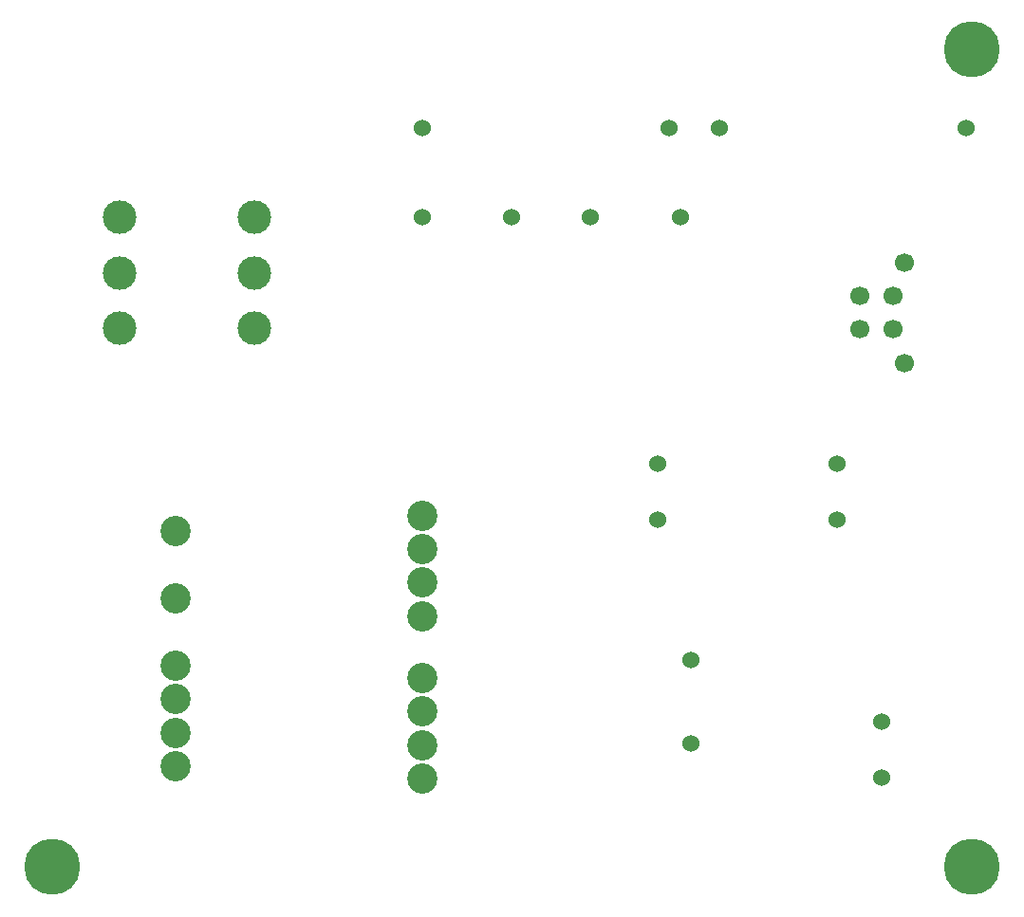
<source format=gbl>
G04*
G04 #@! TF.GenerationSoftware,Altium Limited,Altium Designer,20.0.10 (225)*
G04*
G04 Layer_Physical_Order=2*
G04 Layer_Color=16711680*
%FSLAX24Y24*%
%MOIN*%
G70*
G01*
G75*
%ADD34C,0.0669*%
%ADD35C,0.0600*%
%ADD36C,0.1969*%
%ADD37C,0.1181*%
%ADD38C,0.1063*%
D34*
X62205Y32283D02*
D03*
Y35827D02*
D03*
X60630Y33465D02*
D03*
X61811D02*
D03*
X60630Y34646D02*
D03*
X61811D02*
D03*
D35*
X55709Y40551D02*
D03*
X64370D02*
D03*
X45276D02*
D03*
X53937D02*
D03*
X48425Y37402D02*
D03*
X45276D02*
D03*
X51181D02*
D03*
X54331D02*
D03*
X61417Y17717D02*
D03*
Y19685D02*
D03*
X54724Y18898D02*
D03*
Y21850D02*
D03*
X53543Y26772D02*
D03*
Y28740D02*
D03*
X59843Y26772D02*
D03*
Y28740D02*
D03*
D36*
X32283Y14567D02*
D03*
X64567D02*
D03*
Y43307D02*
D03*
D37*
X39370Y33504D02*
D03*
Y35433D02*
D03*
Y37402D02*
D03*
X34646Y33504D02*
D03*
Y35433D02*
D03*
Y37402D02*
D03*
D38*
X45276Y26929D02*
D03*
Y25748D02*
D03*
Y24567D02*
D03*
Y23386D02*
D03*
Y21220D02*
D03*
Y20039D02*
D03*
Y18858D02*
D03*
Y17677D02*
D03*
X36614Y26378D02*
D03*
Y24016D02*
D03*
Y21654D02*
D03*
Y20472D02*
D03*
Y19291D02*
D03*
Y18110D02*
D03*
M02*

</source>
